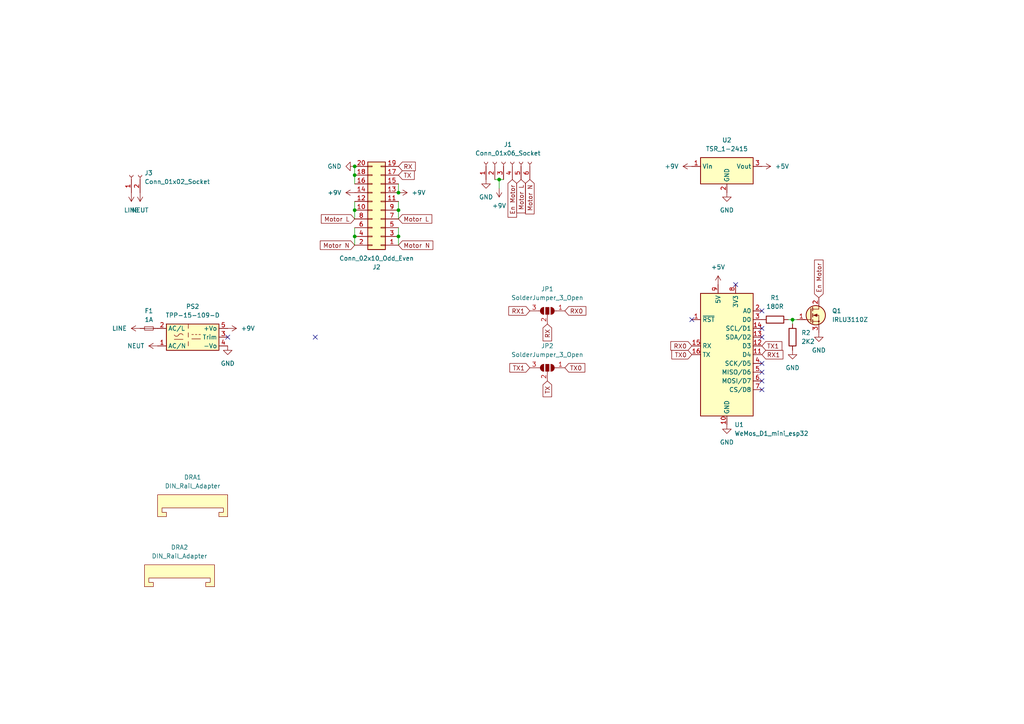
<source format=kicad_sch>
(kicad_sch (version 20230121) (generator eeschema)
  (paper "A4")
  (lib_symbols
    (symbol "Connector:Conn_01x02_Socket" (pin_names (offset 1.016) hide)
      (property "Reference" "J" (at 0 2.54 0))
      (property "Value" "Conn_01x02_Socket" (at 0 -5.08 0))
      (symbol "Conn_01x02_Socket_1_1"
        (arc (start 0 -2.032) (mid -0.5058 -2.54) (end 0 -3.048) (stroke (width 0.1524)))
        (polyline (pts (xy -1.27 -2.54) (xy -0.508 -2.54)) (stroke (width 0.1524)))
        (polyline (pts (xy -1.27 0) (xy -0.508 0)) (stroke (width 0.1524)))
        (arc (start 0 0.508) (mid -0.5058 0) (end 0 -0.508) (stroke (width 0.1524)))
        (pin passive line (at -5.08 0 0) (length 3.81) (name "Pin_1") (number "1"))
        (pin passive line (at -5.08 -2.54 0) (length 3.81) (name "Pin_2") (number "2"))
      )
    )
    (symbol "Connector:Conn_01x06_Socket" (pin_names (offset 1.016) hide)
      (property "Reference" "J" (at 0 7.62 0))
      (property "Value" "Conn_01x06_Socket" (at 0 -10.16 0))
      (symbol "Conn_01x06_Socket_1_1"
        (arc (start 0 -7.112) (mid -0.5058 -7.62) (end 0 -8.128) (stroke (width 0.1524)))
        (arc (start 0 -4.572) (mid -0.5058 -5.08) (end 0 -5.588) (stroke (width 0.1524)))
        (arc (start 0 -2.032) (mid -0.5058 -2.54) (end 0 -3.048) (stroke (width 0.1524)))
        (polyline (pts (xy -1.27 -7.62) (xy -0.508 -7.62)) (stroke (width 0.1524)))
        (polyline (pts (xy -1.27 -5.08) (xy -0.508 -5.08)) (stroke (width 0.1524)))
        (polyline (pts (xy -1.27 -2.54) (xy -0.508 -2.54)) (stroke (width 0.1524)))
        (polyline (pts (xy -1.27 0) (xy -0.508 0)) (stroke (width 0.1524)))
        (polyline (pts (xy -1.27 2.54) (xy -0.508 2.54)) (stroke (width 0.1524)))
        (polyline (pts (xy -1.27 5.08) (xy -0.508 5.08)) (stroke (width 0.1524)))
        (arc (start 0 0.508) (mid -0.5058 0) (end 0 -0.508) (stroke (width 0.1524)))
        (arc (start 0 3.048) (mid -0.5058 2.54) (end 0 2.032) (stroke (width 0.1524)))
        (arc (start 0 5.588) (mid -0.5058 5.08) (end 0 4.572) (stroke (width 0.1524)))
        (pin passive line (at -5.08 5.08 0) (length 3.81) (name "Pin_1") (number "1"))
        (pin passive line (at -5.08 2.54 0) (length 3.81) (name "Pin_2") (number "2"))
        (pin passive line (at -5.08 0 0) (length 3.81) (name "Pin_3") (number "3"))
        (pin passive line (at -5.08 -2.54 0) (length 3.81) (name "Pin_4") (number "4"))
        (pin passive line (at -5.08 -5.08 0) (length 3.81) (name "Pin_5") (number "5"))
        (pin passive line (at -5.08 -7.62 0) (length 3.81) (name "Pin_6") (number "6"))
      )
    )
    (symbol "Connector_Generic:Conn_02x10_Odd_Even" (pin_names (offset 1.016) hide)
      (property "Reference" "J" (at 1.27 12.7 0))
      (property "Value" "Conn_02x10_Odd_Even" (at 1.27 -15.24 0))
      (symbol "Conn_02x10_Odd_Even_1_1"
        (rectangle (start -1.27 -12.573) (end 0 -12.827) (stroke (width 0.1524)))
        (rectangle (start -1.27 -10.033) (end 0 -10.287) (stroke (width 0.1524)))
        (rectangle (start -1.27 -7.493) (end 0 -7.747) (stroke (width 0.1524)))
        (rectangle (start -1.27 -4.953) (end 0 -5.207) (stroke (width 0.1524)))
        (rectangle (start -1.27 -2.413) (end 0 -2.667) (stroke (width 0.1524)))
        (rectangle (start -1.27 0.127) (end 0 -0.127) (stroke (width 0.1524)))
        (rectangle (start -1.27 2.667) (end 0 2.413) (stroke (width 0.1524)))
        (rectangle (start -1.27 5.207) (end 0 4.953) (stroke (width 0.1524)))
        (rectangle (start -1.27 7.747) (end 0 7.493) (stroke (width 0.1524)))
        (rectangle (start -1.27 10.287) (end 0 10.033) (stroke (width 0.1524)))
        (rectangle (start -1.27 11.43) (end 3.81 -13.97) (stroke (width 0.254)) (fill (type background)))
        (rectangle (start 3.81 -12.573) (end 2.54 -12.827) (stroke (width 0.1524)))
        (rectangle (start 3.81 -10.033) (end 2.54 -10.287) (stroke (width 0.1524)))
        (rectangle (start 3.81 -7.493) (end 2.54 -7.747) (stroke (width 0.1524)))
        (rectangle (start 3.81 -4.953) (end 2.54 -5.207) (stroke (width 0.1524)))
        (rectangle (start 3.81 -2.413) (end 2.54 -2.667) (stroke (width 0.1524)))
        (rectangle (start 3.81 0.127) (end 2.54 -0.127) (stroke (width 0.1524)))
        (rectangle (start 3.81 2.667) (end 2.54 2.413) (stroke (width 0.1524)))
        (rectangle (start 3.81 5.207) (end 2.54 4.953) (stroke (width 0.1524)))
        (rectangle (start 3.81 7.747) (end 2.54 7.493) (stroke (width 0.1524)))
        (rectangle (start 3.81 10.287) (end 2.54 10.033) (stroke (width 0.1524)))
        (pin passive line (at -5.08 10.16 0) (length 3.81) (name "Pin_1") (number "1"))
        (pin passive line (at 7.62 0 180) (length 3.81) (name "Pin_10") (number "10"))
        (pin passive line (at -5.08 -2.54 0) (length 3.81) (name "Pin_11") (number "11"))
        (pin passive line (at 7.62 -2.54 180) (length 3.81) (name "Pin_12") (number "12"))
        (pin passive line (at -5.08 -5.08 0) (length 3.81) (name "Pin_13") (number "13"))
        (pin passive line (at 7.62 -5.08 180) (length 3.81) (name "Pin_14") (number "14"))
        (pin passive line (at -5.08 -7.62 0) (length 3.81) (name "Pin_15") (number "15"))
        (pin passive line (at 7.62 -7.62 180) (length 3.81) (name "Pin_16") (number "16"))
        (pin passive line (at -5.08 -10.16 0) (length 3.81) (name "Pin_17") (number "17"))
        (pin passive line (at 7.62 -10.16 180) (length 3.81) (name "Pin_18") (number "18"))
        (pin passive line (at -5.08 -12.7 0) (length 3.81) (name "Pin_19") (number "19"))
        (pin passive line (at 7.62 10.16 180) (length 3.81) (name "Pin_2") (number "2"))
        (pin passive line (at 7.62 -12.7 180) (length 3.81) (name "Pin_20") (number "20"))
        (pin passive line (at -5.08 7.62 0) (length 3.81) (name "Pin_3") (number "3"))
        (pin passive line (at 7.62 7.62 180) (length 3.81) (name "Pin_4") (number "4"))
        (pin passive line (at -5.08 5.08 0) (length 3.81) (name "Pin_5") (number "5"))
        (pin passive line (at 7.62 5.08 180) (length 3.81) (name "Pin_6") (number "6"))
        (pin passive line (at -5.08 2.54 0) (length 3.81) (name "Pin_7") (number "7"))
        (pin passive line (at 7.62 2.54 180) (length 3.81) (name "Pin_8") (number "8"))
        (pin passive line (at -5.08 0 0) (length 3.81) (name "Pin_9") (number "9"))
      )
    )
    (symbol "Converter_ACDC:TPP-15-109-D"
      (property "Reference" "PS" (at 0 5.08 0))
      (property "Value" "TPP-15-109-D" (at 0 -5.08 0))
      (symbol "TPP-15-109-D_0_1"
        (rectangle (start -7.62 3.81) (end 7.62 -3.81) (stroke (width 0.254)) (fill (type background)))
        (arc (start -5.334 0.635) (mid -4.699 0.2495) (end -4.064 0.635))
        (arc (start -2.794 0.635) (mid -3.429 1.0072) (end -4.064 0.635))
        (polyline (pts (xy -5.334 -0.635) (xy -2.794 -0.635)))
        (polyline (pts (xy -0.254 -0.508) (xy 2.286 -0.508)))
        (polyline (pts (xy -0.254 0.762) (xy 0.254 0.762)))
        (polyline (pts (xy 0.762 0.762) (xy 1.27 0.762)))
        (polyline (pts (xy 1.778 0.762) (xy 2.286 0.762)))
      )
      (symbol "TPP-15-109-D_1_1"
        (polyline (pts (xy -1.27 -1.27) (xy -1.27 -2.54)))
        (polyline (pts (xy -1.27 1.27) (xy -1.27 0)))
        (polyline (pts (xy -1.27 3.81) (xy -1.27 2.54)))
        (pin power_in line (at -10.16 -2.54 0) (length 2.54) (name "AC/N") (number "1"))
        (pin power_in line (at -10.16 2.54 0) (length 2.54) (name "AC/L") (number "2"))
        (pin passive line (at 10.16 0 180) (length 2.54) (name "Trim") (number "3"))
        (pin power_out line (at 10.16 -2.54 180) (length 2.54) (name "-Vo") (number "4"))
        (pin power_out line (at 10.16 2.54 180) (length 2.54) (name "+Vo") (number "5"))
      )
    )
    (symbol "Device:Fuse_Small" (pin_numbers hide) (pin_names (offset 0.254) hide)
      (property "Reference" "F" (at 0 -1.524 0))
      (property "Value" "Fuse_Small" (at 0 1.524 0))
      (symbol "Fuse_Small_0_1"
        (rectangle (start -1.27 0.508) (end 1.27 -0.508))
        (polyline (pts (xy -1.27 0) (xy 1.27 0)))
      )
      (symbol "Fuse_Small_1_1"
        (pin passive line (at -2.54 0 0) (length 1.27) (name "~") (number "1"))
        (pin passive line (at 2.54 0 180) (length 1.27) (name "~") (number "2"))
      )
    )
    (symbol "Device:R" (pin_numbers hide) (pin_names (offset 0))
      (property "Reference" "R" (at 2.032 0 90))
      (property "Value" "R" (at 0 0 90))
      (symbol "R_0_1"
        (rectangle (start -1.016 -2.54) (end 1.016 2.54) (stroke (width 0.254)))
      )
      (symbol "R_1_1"
        (pin passive line (at 0 3.81 270) (length 1.27) (name "~") (number "1"))
        (pin passive line (at 0 -3.81 90) (length 1.27) (name "~") (number "2"))
      )
    )
    (symbol "Jumper:SolderJumper_3_Open" (pin_names (offset 0) hide)
      (property "Reference" "JP" (at -2.54 -2.54 0))
      (property "Value" "SolderJumper_3_Open" (at 0 2.794 0))
      (symbol "SolderJumper_3_Open_0_1"
        (arc (start -1.016 1.016) (mid -2.0276 0) (end -1.016 -1.016))
        (arc (start -1.016 1.016) (mid -2.0276 0) (end -1.016 -1.016) (fill (type outline)))
        (rectangle (start -0.508 1.016) (end 0.508 -1.016) (fill (type outline)))
        (polyline (pts (xy -2.54 0) (xy -2.032 0)))
        (polyline (pts (xy -1.016 1.016) (xy -1.016 -1.016)))
        (polyline (pts (xy 0 -1.27) (xy 0 -1.016)))
        (polyline (pts (xy 1.016 1.016) (xy 1.016 -1.016)))
        (polyline (pts (xy 2.54 0) (xy 2.032 0)))
        (arc (start 1.016 -1.016) (mid 2.0276 0) (end 1.016 1.016))
        (arc (start 1.016 -1.016) (mid 2.0276 0) (end 1.016 1.016) (fill (type outline)))
      )
      (symbol "SolderJumper_3_Open_1_1"
        (pin passive line (at -5.08 0 0) (length 2.54) (name "A") (number "1"))
        (pin passive line (at 0 -3.81 90) (length 2.54) (name "C") (number "2"))
        (pin passive line (at 5.08 0 180) (length 2.54) (name "B") (number "3"))
      )
    )
    (symbol "MCU_Module:WeMos_D1_mini"
      (property "Reference" "U" (at 3.81 19.05 0))
      (property "Value" "WeMos_D1_mini" (at 1.27 -19.05 0))
      (symbol "WeMos_D1_mini_1_1"
        (rectangle (start -7.62 17.78) (end 7.62 -17.78) (stroke (width 0.254)) (fill (type background)))
        (pin input line (at -10.16 10.16 0) (length 2.54) (name "~{RST}") (number "1"))
        (pin power_in line (at 0 -20.32 90) (length 2.54) (name "GND") (number "10"))
        (pin bidirectional line (at 10.16 0 180) (length 2.54) (name "D4") (number "11"))
        (pin bidirectional line (at 10.16 2.54 180) (length 2.54) (name "D3") (number "12"))
        (pin bidirectional line (at 10.16 5.08 180) (length 2.54) (name "SDA/D2") (number "13"))
        (pin bidirectional line (at 10.16 7.62 180) (length 2.54) (name "SCL/D1") (number "14"))
        (pin input line (at -10.16 2.54 0) (length 2.54) (name "RX") (number "15"))
        (pin output line (at -10.16 0 0) (length 2.54) (name "TX") (number "16"))
        (pin input line (at 10.16 12.7 180) (length 2.54) (name "A0") (number "2"))
        (pin bidirectional line (at 10.16 10.16 180) (length 2.54) (name "D0") (number "3"))
        (pin bidirectional line (at 10.16 -2.54 180) (length 2.54) (name "SCK/D5") (number "4"))
        (pin bidirectional line (at 10.16 -5.08 180) (length 2.54) (name "MISO/D6") (number "5"))
        (pin bidirectional line (at 10.16 -7.62 180) (length 2.54) (name "MOSI/D7") (number "6"))
        (pin bidirectional line (at 10.16 -10.16 180) (length 2.54) (name "CS/D8") (number "7"))
        (pin power_out line (at 2.54 20.32 270) (length 2.54) (name "3V3") (number "8"))
        (pin power_in line (at -2.54 20.32 270) (length 2.54) (name "5V") (number "9"))
      )
    )
    (symbol "Mechanical:DIN_Rail_Adapter"
      (property "Reference" "DRA" (at 0 6.35 0))
      (property "Value" "DIN_Rail_Adapter" (at 0 3.81 0))
      (symbol "DIN_Rail_Adapter_0_1"
        (polyline (pts (xy 10.16 2.54) (xy -10.16 2.54) (xy -10.16 -3.81) (xy -7.62 -3.81) (xy -7.62 -2.54) (xy -8.89 -2.54) (xy -8.89 -1.27) (xy 8.89 -1.27) (xy 8.89 -2.54) (xy 7.62 -2.54) (xy 7.62 -3.81) (xy 10.16 -3.81) (xy 10.16 2.54) (xy -10.16 2.54)) (fill (type background)))
      )
    )
    (symbol "PCM_Transistor_MOSFET_AKL:IRLU3110Z" (pin_names hide)
      (property "Reference" "Q" (at 5.08 1.27 0))
      (property "Value" "IRLU3110Z" (at 5.08 -1.27 0))
      (symbol "IRLU3110Z_0_1"
        (polyline (pts (xy 0.254 -1.27) (xy -2.54 -1.27)))
        (polyline (pts (xy 0.254 1.905) (xy 0.254 -1.905)) (stroke (width 0.254)))
        (polyline (pts (xy 0.762 -1.778) (xy 2.54 -1.778)))
        (polyline (pts (xy 0.762 -1.27) (xy 0.762 -2.286)) (stroke (width 0.254)))
        (polyline (pts (xy 0.762 0.508) (xy 0.762 -0.508)) (stroke (width 0.254)))
        (polyline (pts (xy 0.762 2.286) (xy 0.762 1.27)) (stroke (width 0.254)))
        (polyline (pts (xy 2.54 1.778) (xy 0.762 1.778)))
        (polyline (pts (xy 2.54 2.54) (xy 2.54 1.778)))
        (polyline (pts (xy 2.54 -2.54) (xy 2.54 0) (xy 0.762 0)))
        (polyline (pts (xy 1.016 0) (xy 2.032 0.381) (xy 2.032 -0.381) (xy 1.016 0)) (fill (type outline)))
        (circle (center 1.651 0) (radius 2.794) (stroke (width 0.254)) (fill (type background)))
        (circle (center 2.54 -1.778) (radius 0.1778) (fill (type outline)))
      )
      (symbol "IRLU3110Z_1_1"
        (pin input line (at -3.81 -1.27 0) (length 2.54) (name "G") (number "1"))
        (pin passive line (at 2.54 5.08 270) (length 2.54) (name "D") (number "2"))
        (pin passive line (at 2.54 -5.08 90) (length 2.54) (name "S") (number "3"))
      )
    )
    (symbol "Regulator_Switching:TSR_1-2415"
      (property "Reference" "U" (at -7.62 6.35 0))
      (property "Value" "TSR_1-2415" (at -1.27 6.35 0))
      (symbol "TSR_1-2415_0_1"
        (rectangle (start -7.62 5.08) (end 7.62 -2.54) (stroke (width 0.254)) (fill (type background)))
      )
      (symbol "TSR_1-2415_1_1"
        (pin power_in line (at -10.16 2.54 0) (length 2.54) (name "Vin") (number "1"))
        (pin power_in line (at 0 -5.08 90) (length 2.54) (name "GND") (number "2"))
        (pin power_out line (at 10.16 2.54 180) (length 2.54) (name "Vout") (number "3"))
      )
    )
    (symbol "power:+5V" (power) (pin_names (offset 0))
      (property "Value" "+5V" (at 0 3.556 0))
      (symbol "+5V_0_1"
        (polyline (pts (xy -0.762 1.27) (xy 0 2.54)))
        (polyline (pts (xy 0 0) (xy 0 2.54)))
        (polyline (pts (xy 0 2.54) (xy 0.762 1.27)))
      )
      (symbol "+5V_1_1"
        (pin power_in line (at 0 0 90) (length 0) hide (name "+5V") (number "1"))
      )
    )
    (symbol "power:+9V" (power) (pin_names (offset 0))
      (property "Value" "+9V" (at 0 3.556 0))
      (symbol "+9V_0_1"
        (polyline (pts (xy -0.762 1.27) (xy 0 2.54)))
        (polyline (pts (xy 0 0) (xy 0 2.54)))
        (polyline (pts (xy 0 2.54) (xy 0.762 1.27)))
      )
      (symbol "+9V_1_1"
        (pin power_in line (at 0 0 90) (length 0) hide (name "+9V") (number "1"))
      )
    )
    (symbol "power:GND" (power) (pin_names (offset 0))
      (property "Value" "GND" (at 0 -3.81 0))
      (symbol "GND_0_1"
        (polyline (pts (xy 0 0) (xy 0 -1.27) (xy 1.27 -1.27) (xy 0 -2.54) (xy -1.27 -1.27) (xy 0 -1.27)))
      )
      (symbol "GND_1_1"
        (pin power_in line (at 0 0 270) (length 0) hide (name "GND") (number "1"))
      )
    )
    (symbol "power:LINE" (power) (pin_names (offset 0))
      (property "Value" "LINE" (at 0 3.81 0))
      (symbol "LINE_0_1"
        (polyline (pts (xy -0.762 1.27) (xy 0 2.54)))
        (polyline (pts (xy 0 0) (xy 0 2.54)))
        (polyline (pts (xy 0 2.54) (xy 0.762 1.27)))
      )
      (symbol "LINE_1_1"
        (pin power_in line (at 0 0 90) (length 0) hide (name "LINE") (number "1"))
      )
    )
    (symbol "power:NEUT" (power) (pin_names (offset 0))
      (property "Value" "NEUT" (at 0 3.81 0))
      (symbol "NEUT_0_1"
        (polyline (pts (xy -0.762 1.27) (xy 0 2.54)))
        (polyline (pts (xy 0 0) (xy 0 2.54)))
        (polyline (pts (xy 0 2.54) (xy 0.762 1.27)))
      )
      (symbol "NEUT_1_1"
        (pin power_in line (at 0 0 90) (length 0) hide (name "NEUT") (number "1"))
      )
    )
  )
  (junction (at 102.87 48.26))
  (junction (at 115.57 68.58))
  (junction (at 115.57 55.88))
  (junction (at 102.87 60.96))
  (junction (at 229.87 92.71))
  (junction (at 115.57 60.96))
  (junction (at 102.87 68.58))
  (junction (at 144.78 52.07))
  (junction (at 102.87 50.8))
  (no_connect (at 220.98 113.03))
  (no_connect (at 213.36 82.55))
  (no_connect (at 200.66 92.71))
  (no_connect (at 220.98 90.17))
  (no_connect (at 91.44 97.79))
  (no_connect (at 220.98 107.95))
  (no_connect (at 220.98 95.25))
  (no_connect (at 220.98 97.79))
  (no_connect (at 220.98 110.49))
  (no_connect (at 66.04 97.79))
  (no_connect (at 220.98 105.41))
  (wire (pts (xy 115.57 53.34) (xy 115.57 55.88)))
  (wire (pts (xy 115.57 58.42) (xy 115.57 60.96)))
  (wire (pts (xy 115.57 60.96) (xy 115.57 63.5)))
  (wire (pts (xy 229.87 92.71) (xy 229.87 93.98)))
  (wire (pts (xy 102.87 68.58) (xy 102.87 71.12)))
  (wire (pts (xy 228.6 92.71) (xy 229.87 92.71)))
  (wire (pts (xy 102.87 58.42) (xy 102.87 60.96)))
  (wire (pts (xy 229.87 92.71) (xy 231.14 92.71)))
  (wire (pts (xy 102.87 66.04) (xy 102.87 68.58)))
  (wire (pts (xy 143.51 52.07) (xy 144.78 52.07)))
  (wire (pts (xy 102.87 60.96) (xy 102.87 63.5)))
  (wire (pts (xy 115.57 68.58) (xy 115.57 71.12)))
  (wire (pts (xy 144.78 52.07) (xy 146.05 52.07)))
  (wire (pts (xy 144.78 54.61) (xy 144.78 52.07)))
  (wire (pts (xy 102.87 50.8) (xy 102.87 53.34)))
  (wire (pts (xy 115.57 66.04) (xy 115.57 68.58)))
  (wire (pts (xy 102.87 48.26) (xy 102.87 50.8)))
  (global_label "TX" (shape input) (at 115.57 50.8 0) (property "Intersheetrefs" "${INTERSHEET_REFS}" (effects hide)))
  (global_label "Motor L" (shape input) (at 102.87 63.5 180) (property "Intersheetrefs" "${INTERSHEET_REFS}" (effects hide)))
  (global_label "RX" (shape input) (at 115.57 48.26 0) (property "Intersheetrefs" "${INTERSHEET_REFS}" (effects hide)))
  (global_label "RX1" (shape input) (at 153.67 90.17 180) (property "Intersheetrefs" "${INTERSHEET_REFS}" (effects hide)))
  (global_label "TX1" (shape input) (at 153.67 106.68 180) (property "Intersheetrefs" "${INTERSHEET_REFS}" (effects hide)))
  (global_label "RX0" (shape input) (at 163.83 90.17 0) (property "Intersheetrefs" "${INTERSHEET_REFS}" (effects hide)))
  (global_label "TX" (shape input) (at 158.75 110.49 270) (property "Intersheetrefs" "${INTERSHEET_REFS}" (effects hide)))
  (global_label "TX1" (shape input) (at 220.98 100.33 0) (property "Intersheetrefs" "${INTERSHEET_REFS}" (effects hide)))
  (global_label "En Motor" (shape input) (at 148.59 52.07 270) (property "Intersheetrefs" "${INTERSHEET_REFS}" (effects hide)))
  (global_label "Motor N" (shape input) (at 153.67 52.07 270) (property "Intersheetrefs" "${INTERSHEET_REFS}" (effects hide)))
  (global_label "Motor N" (shape input) (at 102.87 71.12 180) (property "Intersheetrefs" "${INTERSHEET_REFS}" (effects hide)))
  (global_label "RX0" (shape input) (at 200.66 100.33 180) (property "Intersheetrefs" "${INTERSHEET_REFS}" (effects hide)))
  (global_label "TX0" (shape input) (at 163.83 106.68 0) (property "Intersheetrefs" "${INTERSHEET_REFS}" (effects hide)))
  (global_label "Motor N" (shape input) (at 115.57 71.12 0) (property "Intersheetrefs" "${INTERSHEET_REFS}" (effects hide)))
  (global_label "Motor L" (shape input) (at 115.57 63.5 0) (property "Intersheetrefs" "${INTERSHEET_REFS}" (effects hide)))
  (global_label "TX0" (shape input) (at 200.66 102.87 180) (property "Intersheetrefs" "${INTERSHEET_REFS}" (effects hide)))
  (global_label "En Motor" (shape input) (at 237.49 86.36 90) (property "Intersheetrefs" "${INTERSHEET_REFS}" (effects hide)))
  (global_label "Motor L" (shape input) (at 151.13 52.07 270) (property "Intersheetrefs" "${INTERSHEET_REFS}" (effects hide)))
  (global_label "RX" (shape input) (at 158.75 93.98 270) (property "Intersheetrefs" "${INTERSHEET_REFS}" (effects hide)))
  (global_label "RX1" (shape input) (at 220.98 102.87 0) (property "Intersheetrefs" "${INTERSHEET_REFS}" (effects hide)))
  (symbol (lib_id "power:+9V") (at 102.87 55.88 90) (unit 1)
    (property "Reference" "#PWR09" (effects hide))
    (property "Value" "+9V" (at 99.06 55.88 90) (effects (justify left)))
  )
  (symbol (lib_id "Jumper:SolderJumper_3_Open") (at 158.75 106.68 0) (mirror y) (unit 1)
    (property "Reference" "JP2" (at 158.75 100.33 0))
    (property "Value" "SolderJumper_3_Open" (at 158.75 102.87 0))
    (property "Footprint" "Library:SolderJumper-3_P1.3mm_Open_Pad1.0x1.5mm no silk" (effects hide))
  )
  (symbol (lib_id "power:+5V") (at 220.98 48.26 270) (unit 1)
    (property "Reference" "#PWR05" (effects hide))
    (property "Value" "+5V" (at 224.79 48.26 90) (effects (justify left)))
  )
  (symbol (lib_id "Connector:Conn_01x06_Socket") (at 146.05 46.99 90) (unit 1)
    (property "Reference" "J1" (at 147.32 41.91 90))
    (property "Value" "Conn_01x06_Socket" (at 147.32 44.45 90))
    (property "Footprint" "Connector_Phoenix_MSTB:PhoenixContact_MSTBA_2,5_6-G-5,08_1x06_P5.08mm_Horizontal" (effects hide))
  )
  (symbol (lib_id "Mechanical:DIN_Rail_Adapter") (at 55.88 146.05 0) (unit 1)
    (property "Reference" "DRA1" (at 55.88 138.43 0))
    (property "Value" "DIN_Rail_Adapter" (at 55.88 140.97 0))
    (property "Footprint" "Library:DINRailAdapter_3xM3_PhoenixContact_1201578" (effects hide))
  )
  (symbol (lib_id "MCU_Module:WeMos_D1_mini") (at 210.82 102.87 0) (unit 1)
    (property "Reference" "U1" (at 213.0141 123.19 0) (effects (justify left)))
    (property "Value" "WeMos_D1_mini_esp32" (at 213.0141 125.73 0) (effects (justify left)))
    (property "Footprint" "Module:WEMOS_D1_mini_light" (effects hide))
    (property "Datasheet" "https://wiki.wemos.cc/products:d1:d1_mini#documentation" (effects hide))
  )
  (symbol (lib_id "power:+9V") (at 144.78 54.61 180) (unit 1)
    (property "Reference" "#PWR07" (effects hide))
    (property "Value" "+9V" (at 144.78 59.69 0))
  )
  (symbol (lib_id "Connector_Generic:Conn_02x10_Odd_Even") (at 110.49 60.96 180) (unit 1)
    (property "Reference" "J2" (at 109.22 77.47 0))
    (property "Value" "Conn_02x10_Odd_Even" (at 109.22 74.93 0))
    (property "Footprint" "Connector_IDC:IDC-Header_2x10_P2.54mm_Vertical" (effects hide))
  )
  (symbol (lib_id "power:NEUT") (at 45.72 100.33 90) (unit 1)
    (property "Reference" "#PWR016" (effects hide))
    (property "Value" "NEUT" (at 41.91 100.33 90) (effects (justify left)))
  )
  (symbol (lib_id "Device:R") (at 224.79 92.71 90) (unit 1)
    (property "Reference" "R1" (at 224.79 86.36 90))
    (property "Value" "180R" (at 224.79 88.9 90))
    (property "Footprint" "Resistor_THT:R_Axial_DIN0204_L3.6mm_D1.6mm_P7.62mm_Horizontal" (effects hide))
  )
  (symbol (lib_id "power:GND") (at 210.82 123.19 0) (unit 1)
    (property "Reference" "#PWR02" (effects hide))
    (property "Value" "GND" (at 210.82 128.27 0))
  )
  (symbol (lib_id "power:+9V") (at 115.57 55.88 270) (unit 1)
    (property "Reference" "#PWR010" (effects hide))
    (property "Value" "+9V" (at 119.38 55.88 90) (effects (justify left)))
  )
  (symbol (lib_id "power:+9V") (at 66.04 95.25 270) (unit 1)
    (property "Reference" "#PWR011" (effects hide))
    (property "Value" "+9V" (at 69.85 95.25 90) (effects (justify left)))
  )
  (symbol (lib_id "power:+9V") (at 200.66 48.26 90) (unit 1)
    (property "Reference" "#PWR04" (effects hide))
    (property "Value" "+9V" (at 196.85 48.26 90) (effects (justify left)))
  )
  (symbol (lib_id "power:GND") (at 229.87 101.6 0) (unit 1)
    (property "Reference" "#PWR014" (effects hide))
    (property "Value" "GND" (at 229.87 106.68 0))
  )
  (symbol (lib_id "power:LINE") (at 40.64 95.25 90) (unit 1)
    (property "Reference" "#PWR015" (effects hide))
    (property "Value" "LINE" (at 36.83 95.25 90) (effects (justify left)))
  )
  (symbol (lib_id "power:GND") (at 210.82 55.88 0) (unit 1)
    (property "Reference" "#PWR03" (effects hide))
    (property "Value" "GND" (at 210.82 60.96 0))
  )
  (symbol (lib_id "PCM_Transistor_MOSFET_AKL:IRLU3110Z") (at 234.95 91.44 0) (unit 1)
    (property "Reference" "Q1" (at 241.3 90.17 0) (effects (justify left)))
    (property "Value" "IRLU3110Z" (at 241.3 92.71 0) (effects (justify left)))
    (property "Footprint" "PCM_Package_TO_SOT_THT_AKL:TO-251-3_Vertical_GDS" (effects hide))
    (property "Datasheet" "https://www.tme.eu/Document/c8994bac23e4a3a85b4566bbea8df554/irlr3110zpbf.pdf" (effects hide))
  )
  (symbol (lib_id "Mechanical:DIN_Rail_Adapter") (at 52.07 166.37 0) (unit 1)
    (property "Reference" "DRA2" (at 52.07 158.75 0))
    (property "Value" "DIN_Rail_Adapter" (at 52.07 161.29 0))
    (property "Footprint" "Library:DINRailAdapter_3xM3_PhoenixContact_1201578" (effects hide))
  )
  (symbol (lib_id "power:GND") (at 237.49 96.52 0) (unit 1)
    (property "Reference" "#PWR013" (effects hide))
    (property "Value" "GND" (at 237.49 101.6 0))
  )
  (symbol (lib_id "power:NEUT") (at 40.64 55.88 180) (unit 1)
    (property "Reference" "#PWR017" (effects hide))
    (property "Value" "NEUT" (at 40.64 60.96 0))
  )
  (symbol (lib_id "Regulator_Switching:TSR_1-2415") (at 210.82 50.8 0) (unit 1)
    (property "Reference" "U2" (at 210.82 40.64 0))
    (property "Value" "TSR_1-2415" (at 210.82 43.18 0))
    (property "Footprint" "Converter_DCDC:Converter_DCDC_TRACO_TSR-1_THT" (effects hide))
    (property "Datasheet" "http://www.tracopower.com/products/tsr1.pdf" (effects hide))
  )
  (symbol (lib_id "power:+5V") (at 208.28 82.55 0) (unit 1)
    (property "Reference" "#PWR01" (effects hide))
    (property "Value" "+5V" (at 208.28 77.47 0))
  )
  (symbol (lib_id "power:LINE") (at 38.1 55.88 180) (unit 1)
    (property "Reference" "#PWR018" (effects hide))
    (property "Value" "LINE" (at 38.1 60.96 0))
  )
  (symbol (lib_id "power:GND") (at 66.04 100.33 0) (unit 1)
    (property "Reference" "#PWR012" (effects hide))
    (property "Value" "GND" (at 66.04 105.41 0))
  )
  (symbol (lib_id "power:GND") (at 140.97 52.07 0) (unit 1)
    (property "Reference" "#PWR06" (effects hide))
    (property "Value" "GND" (at 140.97 57.15 0))
  )
  (symbol (lib_id "Connector:Conn_01x02_Socket") (at 38.1 50.8 90) (unit 1)
    (property "Reference" "J3" (at 41.91 50.165 90) (effects (justify right)))
    (property "Value" "Conn_01x02_Socket" (at 41.91 52.705 90) (effects (justify right)))
    (property "Footprint" "Connector_Phoenix_MSTB:PhoenixContact_MSTBA_2,5_2-G-5,08_1x02_P5.08mm_Horizontal" (effects hide))
  )
  (symbol (lib_id "Jumper:SolderJumper_3_Open") (at 158.75 90.17 0) (mirror y) (unit 1)
    (property "Reference" "JP1" (at 158.75 83.82 0))
    (property "Value" "SolderJumper_3_Open" (at 158.75 86.36 0))
    (property "Footprint" "Library:SolderJumper-3_P1.3mm_Open_Pad1.0x1.5mm no silk" (effects hide))
  )
  (symbol (lib_id "power:GND") (at 102.87 48.26 270) (unit 1)
    (property "Reference" "#PWR08" (effects hide))
    (property "Value" "GND" (at 99.06 48.26 90) (effects (justify right)))
  )
  (symbol (lib_id "Device:Fuse_Small") (at 43.18 95.25 0) (unit 1)
    (property "Reference" "F1" (at 43.18 90.17 0))
    (property "Value" "1A" (at 43.18 92.71 0))
    (property "Footprint" "Fuse:Fuseholder_TR5_Littelfuse_No560_No460" (effects hide))
  )
  (symbol (lib_id "Converter_ACDC:TPP-15-109-D") (at 55.88 97.79 0) (unit 1)
    (property "Reference" "PS2" (at 55.88 88.9 0))
    (property "Value" "TPP-15-109-D" (at 55.88 91.44 0))
    (property "Footprint" "Converter_ACDC:Converter_ACDC_TRACO_TPP-15-1xx-D_THT" (effects hide))
    (property "Datasheet" "https://www.tracopower.com/sites/default/files/products/datasheets/tpp15_d_datasheet.pdf" (effects hide))
  )
  (symbol (lib_id "Device:R") (at 229.87 97.79 0) (unit 1)
    (property "Reference" "R2" (at 232.41 96.52 0) (effects (justify left)))
    (property "Value" "2K2" (at 232.41 99.06 0) (effects (justify left)))
    (property "Footprint" "Resistor_THT:R_Axial_DIN0204_L3.6mm_D1.6mm_P7.62mm_Horizontal" (effects hide))
  )
)
</source>
